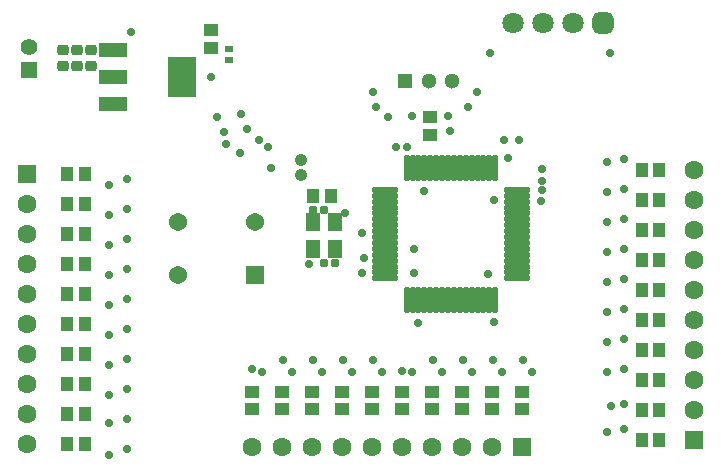
<source format=gts>
G04*
G04 #@! TF.GenerationSoftware,Altium Limited,Altium Designer,25.7.1 (20)*
G04*
G04 Layer_Color=8388736*
%FSLAX44Y44*%
%MOMM*%
G71*
G04*
G04 #@! TF.SameCoordinates,711889C3-5294-40D1-B7F6-5CF0684BB26A*
G04*
G04*
G04 #@! TF.FilePolarity,Negative*
G04*
G01*
G75*
%ADD27R,1.2032X1.0032*%
%ADD28O,2.3032X0.5032*%
%ADD29R,1.0032X1.2032*%
%ADD30O,0.5032X2.3032*%
%ADD31R,2.4032X3.5032*%
G04:AMPARAMS|DCode=32|XSize=0.9632mm|YSize=0.8636mm|CornerRadius=0.1842mm|HoleSize=0mm|Usage=FLASHONLY|Rotation=0.000|XOffset=0mm|YOffset=0mm|HoleType=Round|Shape=RoundedRectangle|*
%AMROUNDEDRECTD32*
21,1,0.9632,0.4953,0,0,0.0*
21,1,0.5949,0.8636,0,0,0.0*
1,1,0.3683,0.2975,-0.2477*
1,1,0.3683,-0.2975,-0.2477*
1,1,0.3683,-0.2975,0.2477*
1,1,0.3683,0.2975,0.2477*
%
%ADD32ROUNDEDRECTD32*%
%ADD33R,2.4032X1.2032*%
G04:AMPARAMS|DCode=34|XSize=0.7532mm|YSize=0.7032mm|CornerRadius=0.1641mm|HoleSize=0mm|Usage=FLASHONLY|Rotation=270.000|XOffset=0mm|YOffset=0mm|HoleType=Round|Shape=RoundedRectangle|*
%AMROUNDEDRECTD34*
21,1,0.7532,0.3750,0,0,270.0*
21,1,0.4250,0.7032,0,0,270.0*
1,1,0.3282,-0.1875,-0.2125*
1,1,0.3282,-0.1875,0.2125*
1,1,0.3282,0.1875,0.2125*
1,1,0.3282,0.1875,-0.2125*
%
%ADD34ROUNDEDRECTD34*%
%ADD35R,1.3032X1.5032*%
%ADD36R,0.8032X0.6032*%
%ADD37R,1.3900X1.3900*%
%ADD38C,1.3900*%
%ADD39C,1.8032*%
G04:AMPARAMS|DCode=40|XSize=1.8032mm|YSize=1.8032mm|CornerRadius=0.5016mm|HoleSize=0mm|Usage=FLASHONLY|Rotation=180.000|XOffset=0mm|YOffset=0mm|HoleType=Round|Shape=RoundedRectangle|*
%AMROUNDEDRECTD40*
21,1,1.8032,0.8000,0,0,180.0*
21,1,0.8000,1.8032,0,0,180.0*
1,1,1.0032,-0.4000,0.4000*
1,1,1.0032,0.4000,0.4000*
1,1,1.0032,0.4000,-0.4000*
1,1,1.0032,-0.4000,-0.4000*
%
%ADD40ROUNDEDRECTD40*%
%ADD41R,1.3000X1.3000*%
%ADD42C,1.3000*%
%ADD43C,1.5400*%
%ADD44C,1.0632*%
%ADD45R,1.5400X1.5400*%
%ADD46C,1.6032*%
%ADD47R,1.6032X1.6032*%
%ADD48R,1.6032X1.6032*%
%ADD49C,0.7112*%
D27*
X447040Y246260D02*
D03*
Y231260D02*
D03*
X421640Y246260D02*
D03*
Y231260D02*
D03*
X396240Y246260D02*
D03*
Y231260D02*
D03*
X370840Y246260D02*
D03*
Y231260D02*
D03*
X345440Y246260D02*
D03*
Y231260D02*
D03*
X320040Y246260D02*
D03*
Y231260D02*
D03*
X294640Y246260D02*
D03*
Y231260D02*
D03*
X269240Y246260D02*
D03*
Y231260D02*
D03*
X243840Y246260D02*
D03*
Y231260D02*
D03*
X218440Y246260D02*
D03*
Y231260D02*
D03*
X184030Y552544D02*
D03*
X369570Y463550D02*
D03*
Y478550D02*
D03*
X184030Y537544D02*
D03*
D28*
X443198Y407230D02*
D03*
Y417230D02*
D03*
X331198Y357230D02*
D03*
X443198Y412230D02*
D03*
X331198Y362230D02*
D03*
X443198Y402230D02*
D03*
Y397230D02*
D03*
Y392230D02*
D03*
Y387230D02*
D03*
Y382230D02*
D03*
Y377230D02*
D03*
Y372230D02*
D03*
Y367230D02*
D03*
Y362230D02*
D03*
Y357230D02*
D03*
Y352230D02*
D03*
Y347230D02*
D03*
Y342230D02*
D03*
X331198D02*
D03*
Y347230D02*
D03*
Y352230D02*
D03*
Y367230D02*
D03*
Y372230D02*
D03*
Y377230D02*
D03*
Y382230D02*
D03*
Y387230D02*
D03*
Y392230D02*
D03*
Y397230D02*
D03*
Y402230D02*
D03*
Y407230D02*
D03*
Y412230D02*
D03*
Y417230D02*
D03*
D29*
X548760Y434340D02*
D03*
Y408940D02*
D03*
Y383540D02*
D03*
Y358140D02*
D03*
Y332740D02*
D03*
Y307340D02*
D03*
Y281940D02*
D03*
Y256540D02*
D03*
Y231140D02*
D03*
Y205740D02*
D03*
X77230Y430530D02*
D03*
Y405130D02*
D03*
Y354330D02*
D03*
Y379730D02*
D03*
Y328930D02*
D03*
Y278130D02*
D03*
Y303530D02*
D03*
Y252730D02*
D03*
Y201930D02*
D03*
Y227330D02*
D03*
X563760Y408940D02*
D03*
X285756Y411734D02*
D03*
X270756D02*
D03*
X62230Y430530D02*
D03*
Y328930D02*
D03*
Y201930D02*
D03*
Y405130D02*
D03*
Y227330D02*
D03*
Y303530D02*
D03*
Y354330D02*
D03*
Y252730D02*
D03*
Y278130D02*
D03*
Y379730D02*
D03*
X563760Y434340D02*
D03*
Y383540D02*
D03*
Y358140D02*
D03*
Y332740D02*
D03*
Y307340D02*
D03*
Y281940D02*
D03*
Y256540D02*
D03*
Y231140D02*
D03*
Y205740D02*
D03*
D30*
X424698Y323730D02*
D03*
X359698D02*
D03*
X349698Y435730D02*
D03*
X354698D02*
D03*
X419698Y323730D02*
D03*
X354698D02*
D03*
X424698Y435730D02*
D03*
X359698D02*
D03*
X364698D02*
D03*
X369698D02*
D03*
X374698D02*
D03*
X379698D02*
D03*
X384698D02*
D03*
X389698D02*
D03*
X394698D02*
D03*
X399698D02*
D03*
X404698D02*
D03*
X409698D02*
D03*
X414698D02*
D03*
X419698D02*
D03*
X414698Y323730D02*
D03*
X409698D02*
D03*
X404698D02*
D03*
X399698D02*
D03*
X394698D02*
D03*
X389698D02*
D03*
X384698D02*
D03*
X379698D02*
D03*
X374698D02*
D03*
X369698D02*
D03*
X364698D02*
D03*
X349698D02*
D03*
D31*
X159480Y512788D02*
D03*
D32*
X82430Y521788D02*
D03*
X70492Y535788D02*
D03*
X82430D02*
D03*
X58554D02*
D03*
Y521788D02*
D03*
X70492D02*
D03*
D33*
X101480Y512788D02*
D03*
Y535788D02*
D03*
Y489788D02*
D03*
D34*
X279756Y400050D02*
D03*
X279756Y355600D02*
D03*
X288756D02*
D03*
X270756Y400050D02*
D03*
D35*
X288756Y389960D02*
D03*
X270756Y366960D02*
D03*
Y389960D02*
D03*
X288756Y366960D02*
D03*
D36*
X199270Y527264D02*
D03*
Y536264D02*
D03*
D37*
X30360Y518534D02*
D03*
D38*
Y538534D02*
D03*
D39*
X490220Y558800D02*
D03*
X464820D02*
D03*
X439420D02*
D03*
D40*
X515620D02*
D03*
D41*
X348300Y509270D02*
D03*
D42*
X388300D02*
D03*
X368300D02*
D03*
D43*
X156082Y344890D02*
D03*
Y389890D02*
D03*
X221082D02*
D03*
D44*
X260062Y430118D02*
D03*
Y442118D02*
D03*
D45*
X221082Y344890D02*
D03*
D46*
X370840Y199390D02*
D03*
X27940Y328930D02*
D03*
Y201930D02*
D03*
Y252730D02*
D03*
Y303530D02*
D03*
Y405130D02*
D03*
Y227330D02*
D03*
Y354330D02*
D03*
Y278130D02*
D03*
Y379730D02*
D03*
X421640Y199390D02*
D03*
X396240D02*
D03*
X345440D02*
D03*
X320040D02*
D03*
X294640D02*
D03*
X269240D02*
D03*
X243840D02*
D03*
X218440D02*
D03*
X593090Y231140D02*
D03*
Y256540D02*
D03*
Y281940D02*
D03*
Y307340D02*
D03*
Y332740D02*
D03*
Y358140D02*
D03*
Y383540D02*
D03*
Y408940D02*
D03*
Y434340D02*
D03*
D47*
X27940Y430530D02*
D03*
X593090Y205740D02*
D03*
D48*
X447040Y199390D02*
D03*
D49*
X533717Y265747D02*
D03*
X463550Y407793D02*
D03*
X444500Y459740D02*
D03*
X521970Y533400D02*
D03*
X519430Y415290D02*
D03*
Y440690D02*
D03*
X463906Y417322D02*
D03*
Y435102D02*
D03*
X519430Y364490D02*
D03*
Y389890D02*
D03*
Y339090D02*
D03*
X463906Y424688D02*
D03*
X519430Y288290D02*
D03*
Y313690D02*
D03*
Y262890D02*
D03*
X448310Y273050D02*
D03*
X522397Y234523D02*
D03*
X519430Y212090D02*
D03*
X423520Y305054D02*
D03*
X359512Y304546D02*
D03*
X422910Y273050D02*
D03*
X372110D02*
D03*
X397510D02*
D03*
X354330Y480060D02*
D03*
X349860Y453644D02*
D03*
X183776Y513040D02*
D03*
X340716Y453644D02*
D03*
X313970Y359694D02*
D03*
X113030Y426720D02*
D03*
Y401320D02*
D03*
Y375920D02*
D03*
X321310Y273050D02*
D03*
X312014Y346456D02*
D03*
X270510Y273050D02*
D03*
X295910D02*
D03*
X245110D02*
D03*
X345440Y263652D02*
D03*
X218440Y265931D02*
D03*
X113030Y248920D02*
D03*
Y198120D02*
D03*
Y223520D02*
D03*
Y350520D02*
D03*
Y325120D02*
D03*
Y299720D02*
D03*
Y274320D02*
D03*
X533400Y443230D02*
D03*
Y417830D02*
D03*
Y367030D02*
D03*
Y392430D02*
D03*
X423520Y408940D02*
D03*
X420370Y533400D02*
D03*
X384810Y480060D02*
D03*
X364338Y415798D02*
D03*
X356210Y367030D02*
D03*
X533400Y290830D02*
D03*
Y341630D02*
D03*
Y316230D02*
D03*
X455930Y262890D02*
D03*
X430530D02*
D03*
X533400Y214630D02*
D03*
Y235666D02*
D03*
X418948Y345694D02*
D03*
X355702Y346456D02*
D03*
X405130Y262890D02*
D03*
X379730D02*
D03*
X354330D02*
D03*
X297790Y397256D02*
D03*
X234950Y435610D02*
D03*
X116720Y550632D02*
D03*
X97790Y421640D02*
D03*
Y396240D02*
D03*
Y370840D02*
D03*
X303530Y262890D02*
D03*
X328930D02*
D03*
X278130D02*
D03*
X267310Y354584D02*
D03*
X227330Y262890D02*
D03*
X252730D02*
D03*
X97790Y193040D02*
D03*
Y345440D02*
D03*
Y320040D02*
D03*
Y294640D02*
D03*
Y269240D02*
D03*
Y243840D02*
D03*
Y219583D02*
D03*
X431800Y459740D02*
D03*
X435610Y444500D02*
D03*
X196995Y455785D02*
D03*
X194793Y466090D02*
D03*
X214507Y468507D02*
D03*
X224790Y459740D02*
D03*
X208280Y448310D02*
D03*
X189230Y478790D02*
D03*
X209550Y481330D02*
D03*
X321310Y500380D02*
D03*
X408940D02*
D03*
X323850Y487680D02*
D03*
X401320D02*
D03*
X334010Y478790D02*
D03*
X386080Y467360D02*
D03*
X232410Y453390D02*
D03*
X312014Y381000D02*
D03*
M02*

</source>
